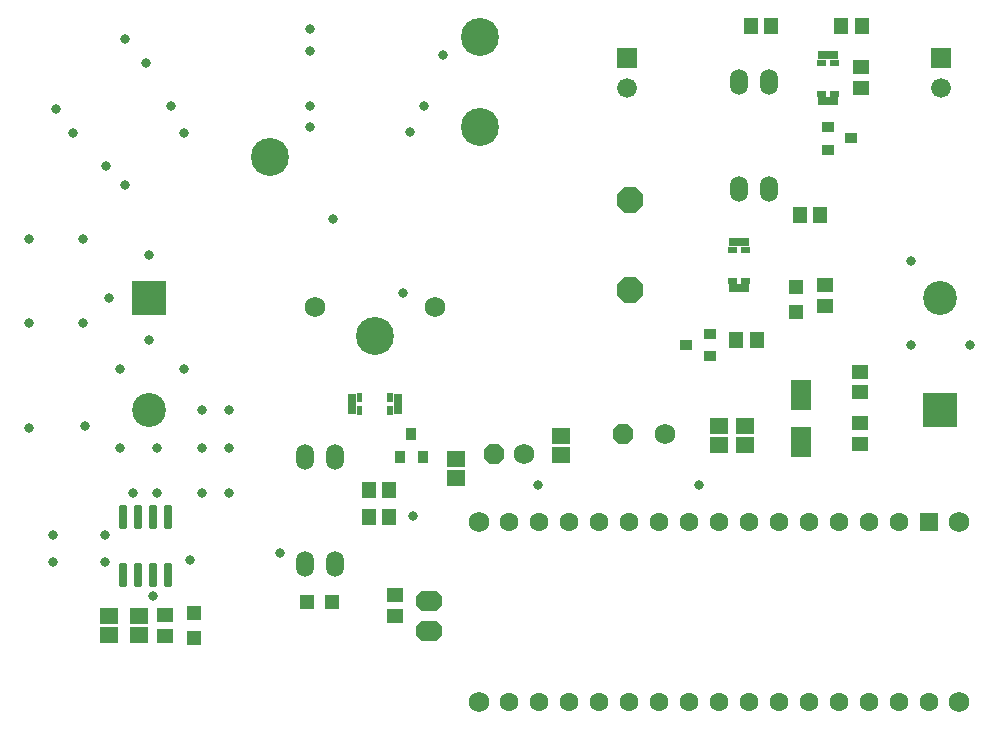
<source format=gts>
G04*
G04 #@! TF.GenerationSoftware,Altium Limited,Altium Designer,19.1.8 (144)*
G04*
G04 Layer_Color=8388736*
%FSLAX25Y25*%
%MOIN*%
G70*
G01*
G75*
%ADD20R,0.05709X0.04921*%
G04:AMPARAMS|DCode=21|XSize=81.5mil|YSize=27.56mil|CornerRadius=4.92mil|HoleSize=0mil|Usage=FLASHONLY|Rotation=270.000|XOffset=0mil|YOffset=0mil|HoleType=Round|Shape=RoundedRectangle|*
%AMROUNDEDRECTD21*
21,1,0.08150,0.01772,0,0,270.0*
21,1,0.07165,0.02756,0,0,270.0*
1,1,0.00984,-0.00886,-0.03583*
1,1,0.00984,-0.00886,0.03583*
1,1,0.00984,0.00886,0.03583*
1,1,0.00984,0.00886,-0.03583*
%
%ADD21ROUNDEDRECTD21*%
%ADD22R,0.03543X0.03937*%
%ADD23O,0.05906X0.08661*%
%ADD24R,0.05118X0.05118*%
%ADD25R,0.07087X0.10236*%
%ADD26R,0.03937X0.03543*%
%ADD27R,0.02756X0.06890*%
%ADD28R,0.05906X0.05512*%
%ADD29R,0.06890X0.02756*%
%ADD30R,0.05118X0.05118*%
%ADD31R,0.04921X0.05709*%
%ADD32C,0.06594*%
%ADD33R,0.06594X0.06594*%
%ADD34C,0.06894*%
%ADD35P,0.07462X8X202.5*%
G04:AMPARAMS|DCode=36|XSize=83.94mil|YSize=63.94mil|CornerRadius=0mil|HoleSize=0mil|Usage=FLASHONLY|Rotation=180.000|XOffset=0mil|YOffset=0mil|HoleType=Round|Shape=Octagon|*
%AMOCTAGOND36*
4,1,8,-0.04197,0.01598,-0.04197,-0.01598,-0.02598,-0.03197,0.02598,-0.03197,0.04197,-0.01598,0.04197,0.01598,0.02598,0.03197,-0.02598,0.03197,-0.04197,0.01598,0.0*
%
%ADD36OCTAGOND36*%

%ADD37R,0.11319X0.11319*%
%ADD38C,0.11319*%
%ADD39C,0.12661*%
%ADD40C,0.06890*%
%ADD41P,0.09627X8X112.5*%
%ADD42R,0.06331X0.06331*%
%ADD43C,0.06331*%
%ADD44C,0.03150*%
G36*
X249410Y171457D02*
X246358D01*
Y173425D01*
X249410D01*
Y171457D01*
D02*
G37*
G36*
Y161221D02*
X246358D01*
Y163189D01*
X249410D01*
Y161221D01*
D02*
G37*
G36*
X134646Y121653D02*
X132677D01*
Y124705D01*
X134646D01*
Y121653D01*
D02*
G37*
G36*
X124409D02*
X122441D01*
Y124705D01*
X124409D01*
Y121653D01*
D02*
G37*
G36*
X134646Y117421D02*
X132677D01*
Y120472D01*
X134646D01*
Y117421D01*
D02*
G37*
G36*
X124409D02*
X122441D01*
Y120472D01*
X124409D01*
Y117421D01*
D02*
G37*
G36*
X283169Y233740D02*
X280118D01*
Y235709D01*
X283169D01*
Y233740D01*
D02*
G37*
G36*
X278937D02*
X275886D01*
Y235709D01*
X278937D01*
Y233740D01*
D02*
G37*
G36*
X283169Y223504D02*
X280118D01*
Y225472D01*
X283169D01*
Y223504D01*
D02*
G37*
G36*
X278937D02*
X275886D01*
Y225472D01*
X278937D01*
Y223504D01*
D02*
G37*
G36*
X253642Y171457D02*
X250590D01*
Y173425D01*
X253642D01*
Y171457D01*
D02*
G37*
G36*
Y161221D02*
X250590D01*
Y163189D01*
X253642D01*
Y161221D01*
D02*
G37*
D20*
X135236Y57284D02*
D03*
Y50394D02*
D03*
X290551Y226378D02*
D03*
Y233268D02*
D03*
X290354Y114665D02*
D03*
Y107776D02*
D03*
Y131890D02*
D03*
Y125000D02*
D03*
X278543Y160658D02*
D03*
Y153768D02*
D03*
X58681Y43799D02*
D03*
Y50689D02*
D03*
D21*
X59665Y83563D02*
D03*
X54665D02*
D03*
X49665D02*
D03*
X44665D02*
D03*
Y64075D02*
D03*
X49665D02*
D03*
X54665D02*
D03*
X59665D02*
D03*
D22*
X140748Y111221D02*
D03*
X144488Y103347D02*
D03*
X137008D02*
D03*
D23*
X105236Y67716D02*
D03*
X115236D02*
D03*
X105236Y103543D02*
D03*
X115236D02*
D03*
X249921Y192717D02*
D03*
X259921D02*
D03*
X249921Y228543D02*
D03*
X259921D02*
D03*
D24*
X68327Y43110D02*
D03*
Y51378D02*
D03*
X268898Y160039D02*
D03*
Y151772D02*
D03*
D25*
X270669Y124016D02*
D03*
Y108268D02*
D03*
D26*
X279528Y213386D02*
D03*
Y205906D02*
D03*
X287402Y209646D02*
D03*
X232283Y140748D02*
D03*
X240158Y144488D02*
D03*
Y137008D02*
D03*
D27*
X120866Y121063D02*
D03*
X136221D02*
D03*
D28*
X39980Y44094D02*
D03*
Y50394D02*
D03*
X155512Y102756D02*
D03*
Y96457D02*
D03*
X190748Y110433D02*
D03*
Y104134D02*
D03*
X243110Y113583D02*
D03*
Y107283D02*
D03*
X251969Y113583D02*
D03*
Y107283D02*
D03*
X49823Y44094D02*
D03*
Y50394D02*
D03*
D29*
X250000Y175000D02*
D03*
Y159646D02*
D03*
X279528Y237283D02*
D03*
Y221929D02*
D03*
D30*
X105905Y55118D02*
D03*
X114173D02*
D03*
D31*
X255807Y142520D02*
D03*
X248917D02*
D03*
X260650Y247047D02*
D03*
X253760D02*
D03*
X270177Y184055D02*
D03*
X277067D02*
D03*
X283957Y247047D02*
D03*
X290846D02*
D03*
X133366Y83563D02*
D03*
X126476D02*
D03*
Y92520D02*
D03*
X133366D02*
D03*
D32*
X212441Y226575D02*
D03*
X317224D02*
D03*
D33*
X212441Y236417D02*
D03*
X317224D02*
D03*
D34*
X178228Y104331D02*
D03*
X225394Y111221D02*
D03*
X163110Y81653D02*
D03*
Y21654D02*
D03*
X323110Y81653D02*
D03*
Y21654D02*
D03*
D35*
X168228Y104331D02*
D03*
X211394Y111221D02*
D03*
D36*
X146653Y45276D02*
D03*
Y55276D02*
D03*
D37*
X53150Y156496D02*
D03*
X316929Y119095D02*
D03*
D38*
X53150D02*
D03*
X316929Y156496D02*
D03*
D39*
X163583Y243307D02*
D03*
X93504Y203543D02*
D03*
X163583Y213386D02*
D03*
X128543Y143701D02*
D03*
D40*
X148622Y153543D02*
D03*
X108465D02*
D03*
D41*
X213583Y159213D02*
D03*
Y189213D02*
D03*
D42*
X313110Y81653D02*
D03*
D43*
X303110D02*
D03*
X293110D02*
D03*
X283110D02*
D03*
X273110D02*
D03*
X263110D02*
D03*
X253110D02*
D03*
X243110D02*
D03*
X233110D02*
D03*
X223110D02*
D03*
X213110D02*
D03*
X203110D02*
D03*
X193110D02*
D03*
X183110D02*
D03*
X173110D02*
D03*
Y21654D02*
D03*
X183110D02*
D03*
X193110D02*
D03*
X203110D02*
D03*
X213110D02*
D03*
X223110D02*
D03*
X233110D02*
D03*
X243110D02*
D03*
X253110D02*
D03*
X263110D02*
D03*
X273110D02*
D03*
X283110D02*
D03*
X293110D02*
D03*
X303110D02*
D03*
X313110D02*
D03*
D44*
X96850Y71260D02*
D03*
X79852Y91393D02*
D03*
X79773Y106265D02*
D03*
X79852Y119095D02*
D03*
X22133Y219291D02*
D03*
X45285Y242673D02*
D03*
X107087Y246127D02*
D03*
Y213317D02*
D03*
X66876Y69206D02*
D03*
X38583Y68487D02*
D03*
X21402D02*
D03*
X45285Y194058D02*
D03*
X65026Y211417D02*
D03*
X140122Y211811D02*
D03*
X137795Y158030D02*
D03*
X114567Y182677D02*
D03*
X326997Y140748D02*
D03*
X53355Y142263D02*
D03*
X39923Y156496D02*
D03*
X53129Y170866D02*
D03*
X307315Y140748D02*
D03*
X307172Y168898D02*
D03*
X141200Y83701D02*
D03*
X183071Y94095D02*
D03*
X236614D02*
D03*
X54665Y57087D02*
D03*
X71023Y119095D02*
D03*
Y106265D02*
D03*
Y91535D02*
D03*
X55967D02*
D03*
Y106265D02*
D03*
X65026Y132677D02*
D03*
X43715D02*
D03*
X144882Y220472D02*
D03*
X151181Y237402D02*
D03*
X107087Y220472D02*
D03*
Y238583D02*
D03*
X60630Y220472D02*
D03*
X52362Y234646D02*
D03*
X27953Y211417D02*
D03*
X38976Y200394D02*
D03*
X13093Y175984D02*
D03*
X31102D02*
D03*
X13093Y148031D02*
D03*
X31102D02*
D03*
X31890Y113751D02*
D03*
X13093Y113046D02*
D03*
X48031Y91393D02*
D03*
X21402Y77246D02*
D03*
X38583D02*
D03*
X43715Y106265D02*
D03*
M02*

</source>
